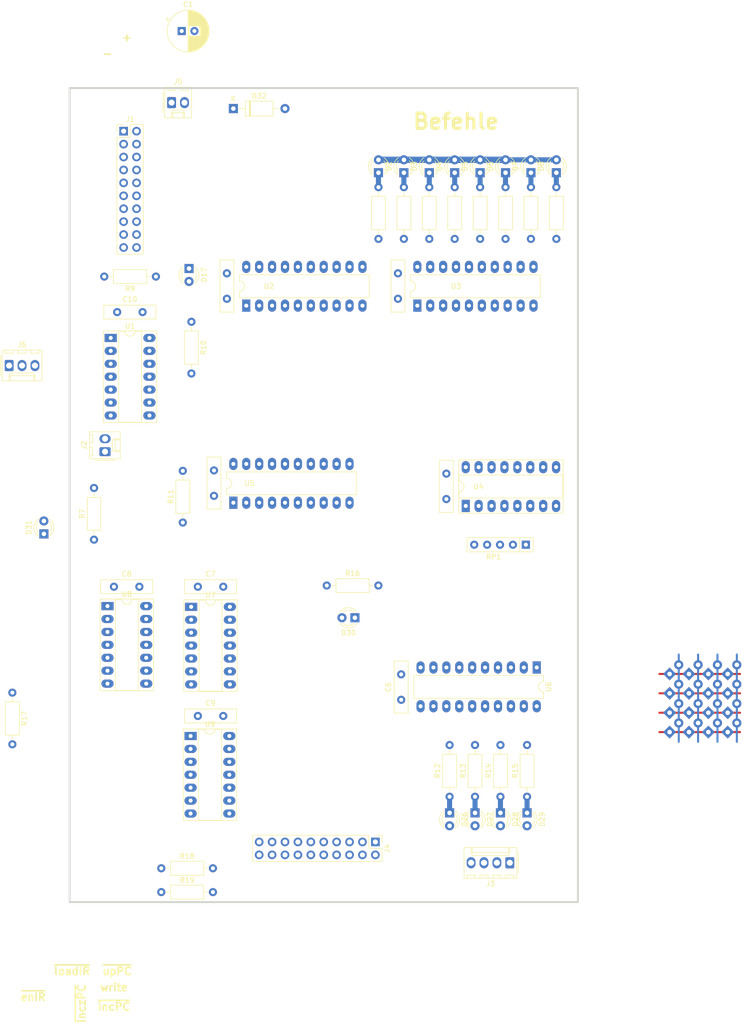
<source format=kicad_pcb>
(kicad_pcb (version 20171130) (host pcbnew "(5.1.7)-1")
  (layers (0 F.Cu signal) (31 B.Cu signal) (34 B.Paste user hide) (35 F.Paste user) (36 B.SilkS user) (37 F.SilkS user) (38 B.Mask user) (39 F.Mask user) (44 Edge.Cuts user))
  (net 0 "")
  (net 1 /a7)
  (net 2 /a5)
  (net 3 /a4)
  (net 4 /a3)
  (net 5 /a2)
  (net 6 /a1)
  (net 7 GND)
  (net 8 VCC)
  (net 9 "Net-(D1-Pad1)")
  (net 10 "Net-(D2-Pad1)")
  (net 11 "Net-(D4-Pad1)")
  (net 12 "Net-(D5-Pad1)")
  (net 13 "Net-(D6-Pad1)")
  (net 14 "Net-(D7-Pad1)")
  (net 15 "Net-(D8-Pad1)")
  (net 16 enableR)
  (net 17 upPC)
  (net 18 incPC)
  (net 19 "Net-(U1-Pad2)")
  (net 20 "Net-(D17-Pad1)")
  (net 21 loadIR)
  (net 22 "Net-(U1-Pad4)")
  (net 23 "Net-(U1-Pad10)")
  (net 24 "Net-(U1-Pad11)")
  (net 25 "Net-(R12-Pad2)")
  (net 26 incPCz)
  (net 27 "Net-(R7-Pad1)")
  (net 28 /a6)
  (net 29 "Net-(U1-Pad8)")
  (net 30 /AB7)
  (net 31 /AB6)
  (net 32 /AB5)
  (net 33 /AB4)
  (net 34 /AB3)
  (net 35 /AB2)
  (net 36 /AB1)
  (net 37 /AB0)
  (net 38 /h0)
  (net 39 /h1)
  (net 40 /h2)
  (net 41 /h3)
  (net 42 Vcc)
  (net 43 Gnd)
  (net 44 /v3)
  (net 45 /v2)
  (net 46 /v1)
  (net 47 /v0)
  (net 48 ~incPCz)
  (net 49 ~incPC)
  (net 50 /is0)
  (net 51 /~is0_&_incPCz)
  (net 52 ~upPC)
  (net 53 /DB0)
  (net 54 /DB1)
  (net 55 /DB2)
  (net 56 /DB3)
  (net 57 /DB4)
  (net 58 /DB5)
  (net 59 /DB6)
  (net 60 /DB7)
  (net 61 /a0)
  (net 62 /b1)
  (net 63 /b0)
  (net 64 "Net-(D3-Pad1)")
  (net 65 "Net-(D26-Pad1)")
  (net 66 "Net-(D27-Pad1)")
  (net 67 "Net-(D28-Pad1)")
  (net 68 "Net-(D29-Pad1)")
  (net 69 "Net-(D30-Pad2)")
  (net 70 "Net-(D31-Pad1)")
  (net 71 "Net-(R1-Pad1)")
  (net 72 "Net-(R2-Pad1)")
  (net 73 "Net-(R3-Pad1)")
  (net 74 "Net-(R4-Pad1)")
  (net 75 "Net-(R5-Pad1)")
  (net 76 "Net-(R6-Pad1)")
  (net 77 "Net-(R8-Pad1)")
  (net 78 "Net-(R10-Pad2)")
  (net 79 "Net-(R13-Pad2)")
  (net 80 "Net-(R14-Pad2)")
  (net 81 "Net-(R15-Pad2)")
  (net 82 "Net-(R16-Pad2)")
  (net 83 "Net-(R17-Pad2)")
  (net 84 "Net-(U7-Pad13)")
  (net 85 "Net-(U7-Pad4)")
  (net 86 "Net-(U7-Pad10)")
  (net 87 "Net-(U7-Pad1)")
  (net 88 "Net-(U8-Pad5)")
  (net 89 "Net-(U8-Pad3)")
  (module bonsai:EuroBoard160mmX100mm_holes_keepout (layer F.Cu) (at 114.23 182.355 90)
    (fp_text reference REF** hide)
    (fp_text value EuroBoard160mmX100mm_holes_keepout hide)
    (fp_line (start 0 -100) (end 0 0) (layer Edge.Cuts) (width 0.38))
    (fp_line (start 0 0) (end 160 0) (layer Edge.Cuts) (width 0.38))
    (fp_line (start 160 0) (end 160 -100) (layer Edge.Cuts) (width 0.38))
    (fp_line (start 160 -100) (end 0 -100) (layer Edge.Cuts) (width 0.38))
    (pad "" np_thru_hole circle (at 3.57 -94.45 90) (size 3.5 3.5) (drill 3.5) (layers *.Cu *.Mask))
    (pad "" np_thru_hole circle (at 156.43 -94.45 90) (size 3.5 3.5) (drill 3.5) (layers *.Cu *.Mask))
    (pad "" np_thru_hole circle (at 156.43 -5.55 90) (size 3.5 3.5) (drill 3.5) (layers *.Cu *.Mask))
    (pad "" np_thru_hole circle (at 3.57 -5.55 90) (size 3.5 3.5) (drill 3.5) (layers *.Cu *.Mask))
  )
  (module Diode_THT:D_A-405_P10.16mm_Horizontal (layer F.Cu) (at 46.45 26.385)
    (fp_text reference D32 (at 5.08 -2.47) (layer F.SilkS))
    (fp_text value D)
    (fp_text user K (at 0 -1.9) (layer F.SilkS))
    (pad 2 thru_hole oval (at 10.16 0) (size 1.8 1.8) (drill 0.9) (layers *.Cu *.Mask) (net 7 GND))
    (pad 1 thru_hole rect (at 0 0) (size 1.8 1.8) (drill 0.9) (layers *.Cu *.Mask) (net 8 VCC))
  )
  (module Resistor_THT:R_Axial_DIN0207_L6.3mm_D2.5mm_P10.16mm_Horizontal (layer F.Cu) (at 104.235 161.64 90)
    (fp_text reference R15 (at 5.08 -2.37 90) (layer F.SilkS))
    (fp_text value 330)
    (pad 2 thru_hole oval (at 10.16 0 90) (size 1.6 1.6) (drill 0.8) (layers *.Cu *.Mask) (net 81 "Net-(R15-Pad2)"))
    (pad 1 thru_hole circle (at 0 0 90) (size 1.6 1.6) (drill 0.8) (layers *.Cu *.Mask) (net 68 "Net-(D29-Pad1)"))
  )
  (module bonsai:LED_Diodenmatrix (layer F.Cu) (at 143.713949 148.94 45)
    (fp_text reference D25 hide)
    (fp_text value Led_Small hide)
    (pad 2 thru_hole circle (at 2.54 0 45) (size 1.8 1.8) (drill 0.9) (layers *.Cu *.Mask) (net 47 /v0))
    (pad 1 thru_hole rect (at 0 0 45) (size 1.8 1.8) (drill 0.9) (layers *.Cu *.Mask) (net 41 /h3))
  )
  (module bonsai:LED_Diodenmatrix (layer F.Cu) (at 136.093949 145.13 45)
    (fp_text reference D19 hide)
    (fp_text value Led_Small hide)
    (pad 2 thru_hole circle (at 2.54 0 45) (size 1.8 1.8) (drill 0.9) (layers *.Cu *.Mask) (net 45 /v2))
    (pad 1 thru_hole rect (at 0 0 45) (size 1.8 1.8) (drill 0.9) (layers *.Cu *.Mask) (net 40 /h2))
  )
  (module bonsai:LED_Diodenmatrix (layer F.Cu) (at 139.903949 148.94 45)
    (fp_text reference D24 hide)
    (fp_text value Led_Small hide)
    (pad 2 thru_hole circle (at 2.54 0 45) (size 1.8 1.8) (drill 0.9) (layers *.Cu *.Mask) (net 46 /v1))
    (pad 1 thru_hole rect (at 0 0 45) (size 1.8 1.8) (drill 0.9) (layers *.Cu *.Mask) (net 41 /h3))
  )
  (module Connector_PinHeader_2.54mm:PinHeader_2x10_P2.54mm_Vertical (layer F.Cu) (at 74.39 170.53 270)
    (fp_text reference J4 (at 1.27 -2.33 90) (layer F.SilkS))
    (fp_text value Conn_02x10_Odd_Even)
    (pad 20 thru_hole oval (at 2.54 22.86 270) (size 1.7 1.7) (drill 1) (layers *.Cu *.Mask) (net 7 GND))
    (pad 19 thru_hole oval (at 0 22.86 270) (size 1.7 1.7) (drill 1) (layers *.Cu *.Mask) (net 7 GND))
    (pad 18 thru_hole oval (at 2.54 20.32 270) (size 1.7 1.7) (drill 1) (layers *.Cu *.Mask) (net 7 GND))
    (pad 17 thru_hole oval (at 0 20.32 270) (size 1.7 1.7) (drill 1) (layers *.Cu *.Mask) (net 53 /DB0))
    (pad 16 thru_hole oval (at 2.54 17.78 270) (size 1.7 1.7) (drill 1) (layers *.Cu *.Mask) (net 7 GND))
    (pad 15 thru_hole oval (at 0 17.78 270) (size 1.7 1.7) (drill 1) (layers *.Cu *.Mask) (net 54 /DB1))
    (pad 14 thru_hole oval (at 2.54 15.24 270) (size 1.7 1.7) (drill 1) (layers *.Cu *.Mask) (net 7 GND))
    (pad 13 thru_hole oval (at 0 15.24 270) (size 1.7 1.7) (drill 1) (layers *.Cu *.Mask) (net 55 /DB2))
    (pad 12 thru_hole oval (at 2.54 12.7 270) (size 1.7 1.7) (drill 1) (layers *.Cu *.Mask) (net 7 GND))
    (pad 11 thru_hole oval (at 0 12.7 270) (size 1.7 1.7) (drill 1) (layers *.Cu *.Mask) (net 56 /DB3))
    (pad 10 thru_hole oval (at 2.54 10.16 270) (size 1.7 1.7) (drill 1) (layers *.Cu *.Mask) (net 7 GND))
    (pad 9 thru_hole oval (at 0 10.16 270) (size 1.7 1.7) (drill 1) (layers *.Cu *.Mask) (net 57 /DB4))
    (pad 8 thru_hole oval (at 2.54 7.62 270) (size 1.7 1.7) (drill 1) (layers *.Cu *.Mask) (net 7 GND))
    (pad 7 thru_hole oval (at 0 7.62 270) (size 1.7 1.7) (drill 1) (layers *.Cu *.Mask) (net 58 /DB5))
    (pad 6 thru_hole oval (at 2.54 5.08 270) (size 1.7 1.7) (drill 1) (layers *.Cu *.Mask) (net 7 GND))
    (pad 5 thru_hole oval (at 0 5.08 270) (size 1.7 1.7) (drill 1) (layers *.Cu *.Mask) (net 59 /DB6))
    (pad 4 thru_hole oval (at 2.54 2.54 270) (size 1.7 1.7) (drill 1) (layers *.Cu *.Mask) (net 7 GND))
    (pad 3 thru_hole oval (at 0 2.54 270) (size 1.7 1.7) (drill 1) (layers *.Cu *.Mask) (net 60 /DB7))
    (pad 2 thru_hole oval (at 2.54 0 270) (size 1.7 1.7) (drill 1) (layers *.Cu *.Mask) (net 7 GND))
    (pad 1 thru_hole rect (at 0 0 270) (size 1.7 1.7) (drill 1) (layers *.Cu *.Mask) (net 7 GND))
  )
  (module Package_DIP:DIP-20_W7.62mm_LongPads (layer F.Cu) (at 82.645 65.12 90)
    (fp_text reference U3 (at 3.81 7.62 180) (layer F.SilkS))
    (fp_text value 74LS540 hide)
    (pad 20 thru_hole oval (at 7.62 0 90) (size 2.4 1.6) (drill 0.8) (layers *.Cu *.Mask) (net 8 VCC))
    (pad 10 thru_hole oval (at 0 22.86 90) (size 2.4 1.6) (drill 0.8) (layers *.Cu *.Mask) (net 7 GND))
    (pad 19 thru_hole oval (at 7.62 2.54 90) (size 2.4 1.6) (drill 0.8) (layers *.Cu *.Mask) (net 7 GND))
    (pad 9 thru_hole oval (at 0 20.32 90) (size 2.4 1.6) (drill 0.8) (layers *.Cu *.Mask) (net 61 /a0))
    (pad 18 thru_hole oval (at 7.62 5.08 90) (size 2.4 1.6) (drill 0.8) (layers *.Cu *.Mask) (net 71 "Net-(R1-Pad1)"))
    (pad 8 thru_hole oval (at 0 17.78 90) (size 2.4 1.6) (drill 0.8) (layers *.Cu *.Mask) (net 6 /a1))
    (pad 17 thru_hole oval (at 7.62 7.62 90) (size 2.4 1.6) (drill 0.8) (layers *.Cu *.Mask) (net 72 "Net-(R2-Pad1)"))
    (pad 7 thru_hole oval (at 0 15.24 90) (size 2.4 1.6) (drill 0.8) (layers *.Cu *.Mask) (net 5 /a2))
    (pad 16 thru_hole oval (at 7.62 10.16 90) (size 2.4 1.6) (drill 0.8) (layers *.Cu *.Mask) (net 73 "Net-(R3-Pad1)"))
    (pad 6 thru_hole oval (at 0 12.7 90) (size 2.4 1.6) (drill 0.8) (layers *.Cu *.Mask) (net 4 /a3))
    (pad 15 thru_hole oval (at 7.62 12.7 90) (size 2.4 1.6) (drill 0.8) (layers *.Cu *.Mask) (net 74 "Net-(R4-Pad1)"))
    (pad 5 thru_hole oval (at 0 10.16 90) (size 2.4 1.6) (drill 0.8) (layers *.Cu *.Mask) (net 3 /a4))
    (pad 14 thru_hole oval (at 7.62 15.24 90) (size 2.4 1.6) (drill 0.8) (layers *.Cu *.Mask) (net 75 "Net-(R5-Pad1)"))
    (pad 4 thru_hole oval (at 0 7.62 90) (size 2.4 1.6) (drill 0.8) (layers *.Cu *.Mask) (net 2 /a5))
    (pad 13 thru_hole oval (at 7.62 17.78 90) (size 2.4 1.6) (drill 0.8) (layers *.Cu *.Mask) (net 76 "Net-(R6-Pad1)"))
    (pad 3 thru_hole oval (at 0 5.08 90) (size 2.4 1.6) (drill 0.8) (layers *.Cu *.Mask) (net 28 /a6))
    (pad 12 thru_hole oval (at 7.62 20.32 90) (size 2.4 1.6) (drill 0.8) (layers *.Cu *.Mask) (net 27 "Net-(R7-Pad1)"))
    (pad 2 thru_hole oval (at 0 2.54 90) (size 2.4 1.6) (drill 0.8) (layers *.Cu *.Mask) (net 1 /a7))
    (pad 11 thru_hole oval (at 7.62 22.86 90) (size 2.4 1.6) (drill 0.8) (layers *.Cu *.Mask) (net 77 "Net-(R8-Pad1)"))
    (pad 1 thru_hole rect (at 0 0 90) (size 2.4 1.6) (drill 0.8) (layers *.Cu *.Mask) (net 7 GND))
  )
  (module Package_DIP:DIP-16_W7.62mm_Socket_LongPads (layer F.Cu) (at 92.17 104.49 90)
    (fp_text reference U4 (at 3.81 2.54 180) (layer F.SilkS))
    (fp_text value 74LS139 hide)
    (pad 16 thru_hole oval (at 7.62 0 90) (size 2.4 1.6) (drill 0.8) (layers *.Cu *.Mask) (net 8 VCC))
    (pad 8 thru_hole oval (at 0 17.78 90) (size 2.4 1.6) (drill 0.8) (layers *.Cu *.Mask) (net 7 GND))
    (pad 15 thru_hole oval (at 7.62 2.54 90) (size 2.4 1.6) (drill 0.8) (layers *.Cu *.Mask))
    (pad 7 thru_hole oval (at 0 15.24 90) (size 2.4 1.6) (drill 0.8) (layers *.Cu *.Mask) (net 41 /h3))
    (pad 14 thru_hole oval (at 7.62 5.08 90) (size 2.4 1.6) (drill 0.8) (layers *.Cu *.Mask))
    (pad 6 thru_hole oval (at 0 12.7 90) (size 2.4 1.6) (drill 0.8) (layers *.Cu *.Mask) (net 40 /h2))
    (pad 13 thru_hole oval (at 7.62 7.62 90) (size 2.4 1.6) (drill 0.8) (layers *.Cu *.Mask))
    (pad 5 thru_hole oval (at 0 10.16 90) (size 2.4 1.6) (drill 0.8) (layers *.Cu *.Mask) (net 39 /h1))
    (pad 12 thru_hole oval (at 7.62 10.16 90) (size 2.4 1.6) (drill 0.8) (layers *.Cu *.Mask))
    (pad 4 thru_hole oval (at 0 7.62 90) (size 2.4 1.6) (drill 0.8) (layers *.Cu *.Mask) (net 38 /h0))
    (pad 11 thru_hole oval (at 7.62 12.7 90) (size 2.4 1.6) (drill 0.8) (layers *.Cu *.Mask))
    (pad 3 thru_hole oval (at 0 5.08 90) (size 2.4 1.6) (drill 0.8) (layers *.Cu *.Mask) (net 62 /b1))
    (pad 10 thru_hole oval (at 7.62 15.24 90) (size 2.4 1.6) (drill 0.8) (layers *.Cu *.Mask))
    (pad 2 thru_hole oval (at 0 2.54 90) (size 2.4 1.6) (drill 0.8) (layers *.Cu *.Mask) (net 63 /b0))
    (pad 9 thru_hole oval (at 7.62 17.78 90) (size 2.4 1.6) (drill 0.8) (layers *.Cu *.Mask))
    (pad 1 thru_hole rect (at 0 0 90) (size 2.4 1.6) (drill 0.8) (layers *.Cu *.Mask) (net 7 GND))
  )
  (module Package_DIP:DIP-20_W7.62mm_LongPads (layer F.Cu) (at 46.45 103.855 90)
    (fp_text reference U5 (at 3.81 3.175 180) (layer F.SilkS))
    (fp_text value 74LS373)
    (pad 20 thru_hole oval (at 7.62 0 90) (size 2.4 1.6) (drill 0.8) (layers *.Cu *.Mask) (net 8 VCC))
    (pad 10 thru_hole oval (at 0 22.86 90) (size 2.4 1.6) (drill 0.8) (layers *.Cu *.Mask) (net 7 GND))
    (pad 19 thru_hole oval (at 7.62 2.54 90) (size 2.4 1.6) (drill 0.8) (layers *.Cu *.Mask) (net 62 /b1))
    (pad 9 thru_hole oval (at 0 20.32 90) (size 2.4 1.6) (drill 0.8) (layers *.Cu *.Mask) (net 4 /a3))
    (pad 18 thru_hole oval (at 7.62 5.08 90) (size 2.4 1.6) (drill 0.8) (layers *.Cu *.Mask) (net 60 /DB7))
    (pad 8 thru_hole oval (at 0 17.78 90) (size 2.4 1.6) (drill 0.8) (layers *.Cu *.Mask) (net 56 /DB3))
    (pad 17 thru_hole oval (at 7.62 7.62 90) (size 2.4 1.6) (drill 0.8) (layers *.Cu *.Mask) (net 59 /DB6))
    (pad 7 thru_hole oval (at 0 15.24 90) (size 2.4 1.6) (drill 0.8) (layers *.Cu *.Mask) (net 55 /DB2))
    (pad 16 thru_hole oval (at 7.62 10.16 90) (size 2.4 1.6) (drill 0.8) (layers *.Cu *.Mask) (net 63 /b0))
    (pad 6 thru_hole oval (at 0 12.7 90) (size 2.4 1.6) (drill 0.8) (layers *.Cu *.Mask) (net 5 /a2))
    (pad 15 thru_hole oval (at 7.62 12.7 90) (size 2.4 1.6) (drill 0.8) (layers *.Cu *.Mask) (net 2 /a5))
    (pad 5 thru_hole oval (at 0 10.16 90) (size 2.4 1.6) (drill 0.8) (layers *.Cu *.Mask) (net 6 /a1))
    (pad 14 thru_hole oval (at 7.62 15.24 90) (size 2.4 1.6) (drill 0.8) (layers *.Cu *.Mask) (net 58 /DB5))
    (pad 4 thru_hole oval (at 0 7.62 90) (size 2.4 1.6) (drill 0.8) (layers *.Cu *.Mask) (net 54 /DB1))
    (pad 13 thru_hole oval (at 7.62 17.78 90) (size 2.4 1.6) (drill 0.8) (layers *.Cu *.Mask) (net 57 /DB4))
    (pad 3 thru_hole oval (at 0 5.08 90) (size 2.4 1.6) (drill 0.8) (layers *.Cu *.Mask) (net 53 /DB0))
    (pad 12 thru_hole oval (at 7.62 20.32 90) (size 2.4 1.6) (drill 0.8) (layers *.Cu *.Mask) (net 3 /a4))
    (pad 2 thru_hole oval (at 0 2.54 90) (size 2.4 1.6) (drill 0.8) (layers *.Cu *.Mask) (net 61 /a0))
    (pad 11 thru_hole oval (at 7.62 22.86 90) (size 2.4 1.6) (drill 0.8) (layers *.Cu *.Mask) (net 82 "Net-(R16-Pad2)"))
    (pad 1 thru_hole rect (at 0 0 90) (size 2.4 1.6) (drill 0.8) (layers *.Cu *.Mask) (net 7 GND))
  )
  (module Package_DIP:DIP-20_W7.62mm_LongPads (layer F.Cu) (at 48.99 65.12 90)
    (fp_text reference U2 (at 3.81 4.445 180) (layer F.SilkS))
    (fp_text value 74LS541 hide)
    (pad 20 thru_hole oval (at 7.62 0 90) (size 2.4 1.6) (drill 0.8) (layers *.Cu *.Mask) (net 8 VCC))
    (pad 10 thru_hole oval (at 0 22.86 90) (size 2.4 1.6) (drill 0.8) (layers *.Cu *.Mask) (net 7 GND))
    (pad 19 thru_hole oval (at 7.62 2.54 90) (size 2.4 1.6) (drill 0.8) (layers *.Cu *.Mask) (net 22 "Net-(U1-Pad4)"))
    (pad 9 thru_hole oval (at 0 20.32 90) (size 2.4 1.6) (drill 0.8) (layers *.Cu *.Mask) (net 7 GND))
    (pad 18 thru_hole oval (at 7.62 5.08 90) (size 2.4 1.6) (drill 0.8) (layers *.Cu *.Mask) (net 37 /AB0))
    (pad 8 thru_hole oval (at 0 17.78 90) (size 2.4 1.6) (drill 0.8) (layers *.Cu *.Mask) (net 7 GND))
    (pad 17 thru_hole oval (at 7.62 7.62 90) (size 2.4 1.6) (drill 0.8) (layers *.Cu *.Mask) (net 36 /AB1))
    (pad 7 thru_hole oval (at 0 15.24 90) (size 2.4 1.6) (drill 0.8) (layers *.Cu *.Mask) (net 2 /a5))
    (pad 16 thru_hole oval (at 7.62 10.16 90) (size 2.4 1.6) (drill 0.8) (layers *.Cu *.Mask) (net 35 /AB2))
    (pad 6 thru_hole oval (at 0 12.7 90) (size 2.4 1.6) (drill 0.8) (layers *.Cu *.Mask) (net 3 /a4))
    (pad 15 thru_hole oval (at 7.62 12.7 90) (size 2.4 1.6) (drill 0.8) (layers *.Cu *.Mask) (net 34 /AB3))
    (pad 5 thru_hole oval (at 0 10.16 90) (size 2.4 1.6) (drill 0.8) (layers *.Cu *.Mask) (net 4 /a3))
    (pad 14 thru_hole oval (at 7.62 15.24 90) (size 2.4 1.6) (drill 0.8) (layers *.Cu *.Mask) (net 33 /AB4))
    (pad 4 thru_hole oval (at 0 7.62 90) (size 2.4 1.6) (drill 0.8) (layers *.Cu *.Mask) (net 5 /a2))
    (pad 13 thru_hole oval (at 7.62 17.78 90) (size 2.4 1.6) (drill 0.8) (layers *.Cu *.Mask) (net 32 /AB5))
    (pad 3 thru_hole oval (at 0 5.08 90) (size 2.4 1.6) (drill 0.8) (layers *.Cu *.Mask) (net 6 /a1))
    (pad 12 thru_hole oval (at 7.62 20.32 90) (size 2.4 1.6) (drill 0.8) (layers *.Cu *.Mask) (net 31 /AB6))
    (pad 2 thru_hole oval (at 0 2.54 90) (size 2.4 1.6) (drill 0.8) (layers *.Cu *.Mask) (net 61 /a0))
    (pad 11 thru_hole oval (at 7.62 22.86 90) (size 2.4 1.6) (drill 0.8) (layers *.Cu *.Mask) (net 30 /AB7))
    (pad 1 thru_hole rect (at 0 0 90) (size 2.4 1.6) (drill 0.8) (layers *.Cu *.Mask) (net 22 "Net-(U1-Pad4)"))
  )
  (module Package_DIP:DIP-20_W7.62mm_LongPads (layer F.Cu) (at 106.14 136.24 270)
    (fp_text reference U6 (at 3.81 -2.33 90) (layer F.SilkS))
    (fp_text value 74540)
    (pad 20 thru_hole oval (at 7.62 0 270) (size 2.4 1.6) (drill 0.8) (layers *.Cu *.Mask) (net 8 VCC))
    (pad 10 thru_hole oval (at 0 22.86 270) (size 2.4 1.6) (drill 0.8) (layers *.Cu *.Mask) (net 7 GND))
    (pad 19 thru_hole oval (at 7.62 2.54 270) (size 2.4 1.6) (drill 0.8) (layers *.Cu *.Mask) (net 7 GND))
    (pad 9 thru_hole oval (at 0 20.32 270) (size 2.4 1.6) (drill 0.8) (layers *.Cu *.Mask) (net 50 /is0))
    (pad 18 thru_hole oval (at 7.62 5.08 270) (size 2.4 1.6) (drill 0.8) (layers *.Cu *.Mask) (net 81 "Net-(R15-Pad2)"))
    (pad 8 thru_hole oval (at 0 17.78 270) (size 2.4 1.6) (drill 0.8) (layers *.Cu *.Mask) (net 21 loadIR))
    (pad 17 thru_hole oval (at 7.62 7.62 270) (size 2.4 1.6) (drill 0.8) (layers *.Cu *.Mask) (net 80 "Net-(R14-Pad2)"))
    (pad 7 thru_hole oval (at 0 15.24 270) (size 2.4 1.6) (drill 0.8) (layers *.Cu *.Mask))
    (pad 16 thru_hole oval (at 7.62 10.16 270) (size 2.4 1.6) (drill 0.8) (layers *.Cu *.Mask) (net 79 "Net-(R13-Pad2)"))
    (pad 6 thru_hole oval (at 0 12.7 270) (size 2.4 1.6) (drill 0.8) (layers *.Cu *.Mask))
    (pad 15 thru_hole oval (at 7.62 12.7 270) (size 2.4 1.6) (drill 0.8) (layers *.Cu *.Mask) (net 25 "Net-(R12-Pad2)"))
    (pad 5 thru_hole oval (at 0 10.16 270) (size 2.4 1.6) (drill 0.8) (layers *.Cu *.Mask) (net 44 /v3))
    (pad 14 thru_hole oval (at 7.62 15.24 270) (size 2.4 1.6) (drill 0.8) (layers *.Cu *.Mask))
    (pad 4 thru_hole oval (at 0 7.62 270) (size 2.4 1.6) (drill 0.8) (layers *.Cu *.Mask) (net 45 /v2))
    (pad 13 thru_hole oval (at 7.62 17.78 270) (size 2.4 1.6) (drill 0.8) (layers *.Cu *.Mask))
    (pad 3 thru_hole oval (at 0 5.08 270) (size 2.4 1.6) (drill 0.8) (layers *.Cu *.Mask) (net 46 /v1))
    (pad 12 thru_hole oval (at 7.62 20.32 270) (size 2.4 1.6) (drill 0.8) (layers *.Cu *.Mask) (net 82 "Net-(R16-Pad2)"))
    (pad 2 thru_hole oval (at 0 2.54 270) (size 2.4 1.6) (drill 0.8) (layers *.Cu *.Mask) (net 47 /v0))
    (pad 11 thru_hole oval (at 7.62 22.86 270) (size 2.4 1.6) (drill 0.8) (layers *.Cu *.Mask) (net 83 "Net-(R17-Pad2)"))
    (pad 1 thru_hole rect (at 0 0 270) (size 2.4 1.6) (drill 0.8) (layers *.Cu *.Mask) (net 7 GND))
  )
  (module Package_DIP:DIP-14_W7.62mm_Socket_LongPads (layer F.Cu) (at 22.32 71.47)
    (fp_text reference U1 (at 3.81 -2.33) (layer F.SilkS))
    (fp_text value 74LS14)
    (pad 14 thru_hole oval (at 7.62 0) (size 2.4 1.6) (drill 0.8) (layers *.Cu *.Mask) (net 8 VCC))
    (pad 7 thru_hole oval (at 0 15.24) (size 2.4 1.6) (drill 0.8) (layers *.Cu *.Mask) (net 7 GND))
    (pad 13 thru_hole oval (at 7.62 2.54) (size 2.4 1.6) (drill 0.8) (layers *.Cu *.Mask) (net 8 VCC))
    (pad 6 thru_hole oval (at 0 12.7) (size 2.4 1.6) (drill 0.8) (layers *.Cu *.Mask) (net 78 "Net-(R10-Pad2)"))
    (pad 12 thru_hole oval (at 7.62 5.08) (size 2.4 1.6) (drill 0.8) (layers *.Cu *.Mask) (net 24 "Net-(U1-Pad11)"))
    (pad 5 thru_hole oval (at 0 10.16) (size 2.4 1.6) (drill 0.8) (layers *.Cu *.Mask) (net 19 "Net-(U1-Pad2)"))
    (pad 11 thru_hole oval (at 7.62 7.62) (size 2.4 1.6) (drill 0.8) (layers *.Cu *.Mask) (net 24 "Net-(U1-Pad11)"))
    (pad 4 thru_hole oval (at 0 7.62) (size 2.4 1.6) (drill 0.8) (layers *.Cu *.Mask) (net 22 "Net-(U1-Pad4)"))
    (pad 10 thru_hole oval (at 7.62 10.16) (size 2.4 1.6) (drill 0.8) (layers *.Cu *.Mask) (net 23 "Net-(U1-Pad10)"))
    (pad 3 thru_hole oval (at 0 5.08) (size 2.4 1.6) (drill 0.8) (layers *.Cu *.Mask) (net 19 "Net-(U1-Pad2)"))
    (pad 9 thru_hole oval (at 7.62 12.7) (size 2.4 1.6) (drill 0.8) (layers *.Cu *.Mask) (net 23 "Net-(U1-Pad10)"))
    (pad 2 thru_hole oval (at 0 2.54) (size 2.4 1.6) (drill 0.8) (layers *.Cu *.Mask) (net 19 "Net-(U1-Pad2)"))
    (pad 8 thru_hole oval (at 7.62 15.24) (size 2.4 1.6) (drill 0.8) (layers *.Cu *.Mask) (net 29 "Net-(U1-Pad8)"))
    (pad 1 thru_hole rect (at 0 0) (size 2.4 1.6) (drill 0.8) (layers *.Cu *.Mask) (net 16 enableR))
  )
  (module Resistor_THT:R_Array_SIP5 (layer F.Cu) (at 104 112.11 180)
    (fp_text reference RP1 (at 6.35 -2.4) (layer F.SilkS))
    (fp_text value R_PACK4BUSSED)
    (pad 5 thru_hole oval (at 10.16 0 180) (size 1.6 1.6) (drill 0.8) (layers *.Cu *.Mask) (net 44 /v3))
    (pad 4 thru_hole oval (at 7.62 0 180) (size 1.6 1.6) (drill 0.8) (layers *.Cu *.Mask) (net 45 /v2))
    (pad 3 thru_hole oval (at 5.08 0 180) (size 1.6 1.6) (drill 0.8) (layers *.Cu *.Mask) (net 46 /v1))
    (pad 2 thru_hole oval (at 2.54 0 180) (size 1.6 1.6) (drill 0.8) (layers *.Cu *.Mask) (net 47 /v0))
    (pad 1 thru_hole rect (at 0 0 180) (size 1.6 1.6) (drill 0.8) (layers *.Cu *.Mask) (net 8 VCC))
  )
  (module Resistor_THT:R_Axial_DIN0207_L6.3mm_D2.5mm_P10.16mm_Horizontal (layer F.Cu) (at 110 52 90)
    (fp_text reference R8 hide)
    (fp_text value 330 hide)
    (pad 2 thru_hole oval (at 10.16 0 90) (size 1.6 1.6) (drill 0.8) (layers *.Cu *.Mask) (net 15 "Net-(D8-Pad1)"))
    (pad 1 thru_hole circle (at 0 0 90) (size 1.6 1.6) (drill 0.8) (layers *.Cu *.Mask) (net 77 "Net-(R8-Pad1)"))
  )
  (module Resistor_THT:R_Axial_DIN0207_L6.3mm_D2.5mm_P10.16mm_Horizontal (layer F.Cu) (at 99 161.64 90)
    (fp_text reference R14 (at 5.08 -2.37 90) (layer F.SilkS))
    (fp_text value 330)
    (pad 2 thru_hole oval (at 10.16 0 90) (size 1.6 1.6) (drill 0.8) (layers *.Cu *.Mask) (net 80 "Net-(R14-Pad2)"))
    (pad 1 thru_hole circle (at 0 0 90) (size 1.6 1.6) (drill 0.8) (layers *.Cu *.Mask) (net 67 "Net-(D28-Pad1)"))
  )
  (module Resistor_THT:R_Axial_DIN0207_L6.3mm_D2.5mm_P10.16mm_Horizontal (layer F.Cu) (at 105 52 90)
    (fp_text reference R7 hide)
    (fp_text value 330 hide)
    (pad 2 thru_hole oval (at 10.16 0 90) (size 1.6 1.6) (drill 0.8) (layers *.Cu *.Mask) (net 14 "Net-(D7-Pad1)"))
    (pad 1 thru_hole circle (at 0 0 90) (size 1.6 1.6) (drill 0.8) (layers *.Cu *.Mask) (net 27 "Net-(R7-Pad1)"))
  )
  (module Resistor_THT:R_Axial_DIN0207_L6.3mm_D2.5mm_P10.16mm_Horizontal (layer F.Cu) (at 100 52 90)
    (fp_text reference R6 hide)
    (fp_text value 330 hide)
    (pad 2 thru_hole oval (at 10.16 0 90) (size 1.6 1.6) (drill 0.8) (layers *.Cu *.Mask) (net 13 "Net-(D6-Pad1)"))
    (pad 1 thru_hole circle (at 0 0 90) (size 1.6 1.6) (drill 0.8) (layers *.Cu *.Mask) (net 76 "Net-(R6-Pad1)"))
  )
  (module Resistor_THT:R_Axial_DIN0207_L6.3mm_D2.5mm_P10.16mm_Horizontal (layer F.Cu) (at 95 52 90)
    (fp_text reference R5 hide)
    (fp_text value 330 hide)
    (pad 2 thru_hole oval (at 10.16 0 90) (size 1.6 1.6) (drill 0.8) (layers *.Cu *.Mask) (net 12 "Net-(D5-Pad1)"))
    (pad 1 thru_hole circle (at 0 0 90) (size 1.6 1.6) (drill 0.8) (layers *.Cu *.Mask) (net 75 "Net-(R5-Pad1)"))
  )
  (module Resistor_THT:R_Axial_DIN0207_L6.3mm_D2.5mm_P10.16mm_Horizontal (layer F.Cu) (at 90 52 90)
    (fp_text reference R4 hide)
    (fp_text value 330 hide)
    (pad 2 thru_hole oval (at 10.16 0 90) (size 1.6 1.6) (drill 0.8) (layers *.Cu *.Mask) (net 11 "Net-(D4-Pad1)"))
    (pad 1 thru_hole circle (at 0 0 90) (size 1.6 1.6) (drill 0.8) (layers *.Cu *.Mask) (net 74 "Net-(R4-Pad1)"))
  )
  (module Resistor_THT:R_Axial_DIN0207_L6.3mm_D2.5mm_P10.16mm_Horizontal (layer F.Cu) (at 85 52 90)
    (fp_text reference R3 hide)
    (fp_text value 330 hide)
    (pad 2 thru_hole oval (at 10.16 0 90) (size 1.6 1.6) (drill 0.8) (layers *.Cu *.Mask) (net 64 "Net-(D3-Pad1)"))
    (pad 1 thru_hole circle (at 0 0 90) (size 1.6 1.6) (drill 0.8) (layers *.Cu *.Mask) (net 73 "Net-(R3-Pad1)"))
  )
  (module Resistor_THT:R_Axial_DIN0207_L6.3mm_D2.5mm_P10.16mm_Horizontal (layer F.Cu) (at 94 161.64 90)
    (fp_text reference R13 (at 5.08 -2.37 90) (layer F.SilkS))
    (fp_text value 330)
    (pad 2 thru_hole oval (at 10.16 0 90) (size 1.6 1.6) (drill 0.8) (layers *.Cu *.Mask) (net 79 "Net-(R13-Pad2)"))
    (pad 1 thru_hole circle (at 0 0 90) (size 1.6 1.6) (drill 0.8) (layers *.Cu *.Mask) (net 66 "Net-(D27-Pad1)"))
  )
  (module Resistor_THT:R_Axial_DIN0207_L6.3mm_D2.5mm_P10.16mm_Horizontal (layer F.Cu) (at 80 52 90)
    (fp_text reference R2 hide)
    (fp_text value 330 hide)
    (pad 2 thru_hole oval (at 10.16 0 90) (size 1.6 1.6) (drill 0.8) (layers *.Cu *.Mask) (net 10 "Net-(D2-Pad1)"))
    (pad 1 thru_hole circle (at 0 0 90) (size 1.6 1.6) (drill 0.8) (layers *.Cu *.Mask) (net 72 "Net-(R2-Pad1)"))
  )
  (module Resistor_THT:R_Axial_DIN0207_L6.3mm_D2.5mm_P10.16mm_Horizontal (layer F.Cu) (at 75 52 90)
    (fp_text reference R1 hide)
    (fp_text value 330 hide)
    (pad 2 thru_hole oval (at 10.16 0 90) (size 1.6 1.6) (drill 0.8) (layers *.Cu *.Mask) (net 9 "Net-(D1-Pad1)"))
    (pad 1 thru_hole circle (at 0 0 90) (size 1.6 1.6) (drill 0.8) (layers *.Cu *.Mask) (net 71 "Net-(R1-Pad1)"))
  )
  (module Resistor_THT:R_Axial_DIN0207_L6.3mm_D2.5mm_P10.16mm_Horizontal (layer F.Cu) (at 88.995 161.64 90)
    (fp_text reference R12 (at 5.08 -2.37 90) (layer F.SilkS))
    (fp_text value 330)
    (pad 2 thru_hole oval (at 10.16 0 90) (size 1.6 1.6) (drill 0.8) (layers *.Cu *.Mask) (net 25 "Net-(R12-Pad2)"))
    (pad 1 thru_hole circle (at 0 0 90) (size 1.6 1.6) (drill 0.8) (layers *.Cu *.Mask) (net 65 "Net-(D26-Pad1)"))
  )
  (module Resistor_THT:R_Axial_DIN0207_L6.3mm_D2.5mm_P10.16mm_Horizontal (layer F.Cu) (at 64.8269 120.12878)
    (fp_text reference R16 (at 5.08 -2.37) (layer F.SilkS))
    (fp_text value 330)
    (pad 2 thru_hole oval (at 10.16 0) (size 1.6 1.6) (drill 0.8) (layers *.Cu *.Mask) (net 82 "Net-(R16-Pad2)"))
    (pad 1 thru_hole circle (at 0 0) (size 1.6 1.6) (drill 0.8) (layers *.Cu *.Mask) (net 69 "Net-(D30-Pad2)"))
  )
  (module Resistor_THT:R_Axial_DIN0207_L6.3mm_D2.5mm_P10.16mm_Horizontal (layer F.Cu) (at 32.26918 180.39028)
    (fp_text reference R19 (at 5.08 -2.37) (layer F.SilkS))
    (fp_text value 4,7k)
    (pad 2 thru_hole oval (at 10.16 0) (size 1.6 1.6) (drill 0.8) (layers *.Cu *.Mask) (net 8 VCC))
    (pad 1 thru_hole circle (at 0 0) (size 1.6 1.6) (drill 0.8) (layers *.Cu *.Mask) (net 49 ~incPC))
  )
  (module Resistor_THT:R_Axial_DIN0207_L6.3mm_D2.5mm_P10.16mm_Horizontal (layer F.Cu) (at 38.195 68.295 270)
    (fp_text reference R10 (at 5.08 -2.37 90) (layer F.SilkS))
    (fp_text value 330)
    (pad 2 thru_hole oval (at 10.16 0 270) (size 1.6 1.6) (drill 0.8) (layers *.Cu *.Mask) (net 78 "Net-(R10-Pad2)"))
    (pad 1 thru_hole circle (at 0 0 270) (size 1.6 1.6) (drill 0.8) (layers *.Cu *.Mask) (net 20 "Net-(D17-Pad1)"))
  )
  (module Resistor_THT:R_Axial_DIN0207_L6.3mm_D2.5mm_P10.16mm_Horizontal (layer F.Cu) (at 36.5 107.75 90)
    (fp_text reference R11 (at 5.08 -2.37 90) (layer F.SilkS))
    (fp_text value 4,7k)
    (pad 2 thru_hole oval (at 10.16 0 90) (size 1.6 1.6) (drill 0.8) (layers *.Cu *.Mask) (net 8 VCC))
    (pad 1 thru_hole circle (at 0 0 90) (size 1.6 1.6) (drill 0.8) (layers *.Cu *.Mask) (net 21 loadIR))
  )
  (module Resistor_THT:R_Axial_DIN0207_L6.3mm_D2.5mm_P10.16mm_Horizontal (layer F.Cu) (at 32.26918 175.70652)
    (fp_text reference R18 (at 5.08 -2.37) (layer F.SilkS))
    (fp_text value 4,7k)
    (pad 2 thru_hole oval (at 10.16 0) (size 1.6 1.6) (drill 0.8) (layers *.Cu *.Mask) (net 8 VCC))
    (pad 1 thru_hole circle (at 0 0) (size 1.6 1.6) (drill 0.8) (layers *.Cu *.Mask) (net 48 ~incPCz))
  )
  (module Resistor_THT:R_Axial_DIN0207_L6.3mm_D2.5mm_P10.16mm_Horizontal (layer F.Cu) (at 2.96774 141.1803 270)
    (fp_text reference R17 (at 5.08 -2.37 90) (layer F.SilkS))
    (fp_text value 330)
    (pad 2 thru_hole oval (at 10.16 0 270) (size 1.6 1.6) (drill 0.8) (layers *.Cu *.Mask) (net 83 "Net-(R17-Pad2)"))
    (pad 1 thru_hole circle (at 0 0 270) (size 1.6 1.6) (drill 0.8) (layers *.Cu *.Mask) (net 70 "Net-(D31-Pad1)"))
  )
  (module Resistor_THT:R_Axial_DIN0207_L6.3mm_D2.5mm_P10.16mm_Horizontal (layer F.Cu) (at 31.21 59.405 180)
    (fp_text reference R9 (at 5.08 -2.37) (layer F.SilkS))
    (fp_text value 4,7k)
    (pad 2 thru_hole oval (at 10.16 0 180) (size 1.6 1.6) (drill 0.8) (layers *.Cu *.Mask) (net 16 enableR))
    (pad 1 thru_hole circle (at 0 0 180) (size 1.6 1.6) (drill 0.8) (layers *.Cu *.Mask) (net 8 VCC))
  )
  (module Connector_Molex:Molex_KK-254_AE-6410-03A_1x03_P2.54mm_Vertical (layer F.Cu) (at 2.33 76.9)
    (fp_text reference J6 (at 2.54 -4.12) (layer F.SilkS))
    (fp_text value Conn_01x03)
    (pad 3 thru_hole oval (at 5.08 0) (size 1.74 2.19) (drill 1.19) (layers *.Cu *.Mask) (net 18 incPC))
    (pad 2 thru_hole oval (at 2.54 0) (size 1.74 2.19) (drill 1.19) (layers *.Cu *.Mask) (net 26 incPCz))
    (pad 1 thru_hole roundrect (at 0 0) (size 1.74 2.19) (drill 1.19) (layers *.Cu *.Mask) (roundrect_rratio 0.143678) (net 17 upPC))
  )
  (module Connector_Molex:Molex_KK-254_AE-6410-02A_1x02_P2.54mm_Vertical (layer F.Cu) (at 34.29864 25.2166)
    (fp_text reference J5 (at 1.27 -4.12) (layer F.SilkS))
    (fp_text value Conn_01x02)
    (pad 2 thru_hole oval (at 2.54 0) (size 1.74 2.19) (drill 1.19) (layers *.Cu *.Mask) (net 8 VCC))
    (pad 1 thru_hole roundrect (at 0 0) (size 1.74 2.19) (drill 1.19) (layers *.Cu *.Mask) (roundrect_rratio 0.143678) (net 7 GND))
  )
  (module Connector_Molex:Molex_KK-254_AE-6410-04A_1x04_P2.54mm_Vertical (layer F.Cu) (at 100.8441 174.62194 180)
    (fp_text reference J3 (at 3.81 -4.12) (layer F.SilkS))
    (fp_text value Conn_01x04)
    (pad 4 thru_hole oval (at 7.62 0 180) (size 1.74 2.19) (drill 1.19) (layers *.Cu *.Mask) (net 44 /v3))
    (pad 3 thru_hole oval (at 5.08 0 180) (size 1.74 2.19) (drill 1.19) (layers *.Cu *.Mask) (net 45 /v2))
    (pad 2 thru_hole oval (at 2.54 0 180) (size 1.74 2.19) (drill 1.19) (layers *.Cu *.Mask) (net 46 /v1))
    (pad 1 thru_hole roundrect (at 0 0 180) (size 1.74 2.19) (drill 1.19) (layers *.Cu *.Mask) (roundrect_rratio 0.143678) (net 47 /v0))
  )
  (module Connector_Molex:Molex_KK-254_AE-6410-02A_1x02_P2.54mm_Vertical (layer F.Cu) (at 21.2024 93.82708 90)
    (fp_text reference J2 (at 1.27 -4.12 90) (layer F.SilkS))
    (fp_text value Conn_01x02)
    (pad 2 thru_hole oval (at 2.54 0 90) (size 1.74 2.19) (drill 1.19) (layers *.Cu *.Mask) (net 16 enableR))
    (pad 1 thru_hole roundrect (at 0 0 90) (size 1.74 2.19) (drill 1.19) (layers *.Cu *.Mask) (roundrect_rratio 0.143678) (net 21 loadIR))
  )
  (module Connector_PinHeader_2.54mm:PinHeader_2x10_P2.54mm_Vertical (layer F.Cu) (at 24.86 30.83)
    (fp_text reference J1 (at 1.27 -2.33) (layer F.SilkS))
    (fp_text value Conn_02x10_Odd_Even)
    (pad 1 thru_hole rect (at 0 0) (size 1.7 1.7) (drill 1) (layers *.Cu *.Mask) (net 7 GND))
    (pad 2 thru_hole oval (at 2.54 0) (size 1.7 1.7) (drill 1) (layers *.Cu *.Mask) (net 7 GND))
    (pad 3 thru_hole oval (at 0 2.54) (size 1.7 1.7) (drill 1) (layers *.Cu *.Mask) (net 30 /AB7))
    (pad 4 thru_hole oval (at 2.54 2.54) (size 1.7 1.7) (drill 1) (layers *.Cu *.Mask) (net 7 GND))
    (pad 5 thru_hole oval (at 0 5.08) (size 1.7 1.7) (drill 1) (layers *.Cu *.Mask) (net 31 /AB6))
    (pad 6 thru_hole oval (at 2.54 5.08) (size 1.7 1.7) (drill 1) (layers *.Cu *.Mask) (net 7 GND))
    (pad 7 thru_hole oval (at 0 7.62) (size 1.7 1.7) (drill 1) (layers *.Cu *.Mask) (net 32 /AB5))
    (pad 8 thru_hole oval (at 2.54 7.62) (size 1.7 1.7) (drill 1) (layers *.Cu *.Mask) (net 7 GND))
    (pad 9 thru_hole oval (at 0 10.16) (size 1.7 1.7) (drill 1) (layers *.Cu *.Mask) (net 33 /AB4))
    (pad 10 thru_hole oval (at 2.54 10.16) (size 1.7 1.7) (drill 1) (layers *.Cu *.Mask) (net 7 GND))
    (pad 11 thru_hole oval (at 0 12.7) (size 1.7 1.7) (drill 1) (layers *.Cu *.Mask) (net 34 /AB3))
    (pad 12 thru_hole oval (at 2.54 12.7) (size 1.7 1.7) (drill 1) (layers *.Cu *.Mask) (net 7 GND))
    (pad 13 thru_hole oval (at 0 15.24) (size 1.7 1.7) (drill 1) (layers *.Cu *.Mask) (net 35 /AB2))
    (pad 14 thru_hole oval (at 2.54 15.24) (size 1.7 1.7) (drill 1) (layers *.Cu *.Mask) (net 7 GND))
    (pad 15 thru_hole oval (at 0 17.78) (size 1.7 1.7) (drill 1) (layers *.Cu *.Mask) (net 36 /AB1))
    (pad 16 thru_hole oval (at 2.54 17.78) (size 1.7 1.7) (drill 1) (layers *.Cu *.Mask) (net 7 GND))
    (pad 17 thru_hole oval (at 0 20.32) (size 1.7 1.7) (drill 1) (layers *.Cu *.Mask) (net 37 /AB0))
    (pad 18 thru_hole oval (at 2.54 20.32) (size 1.7 1.7) (drill 1) (layers *.Cu *.Mask) (net 7 GND))
    (pad 19 thru_hole oval (at 0 22.86) (size 1.7 1.7) (drill 1) (layers *.Cu *.Mask) (net 7 GND))
    (pad 20 thru_hole oval (at 2.54 22.86) (size 1.7 1.7) (drill 1) (layers *.Cu *.Mask) (net 7 GND))
  )
  (module LED_THT:LED_D3.0mm (layer F.Cu) (at 104.235 164.815 270)
    (fp_text reference D29 (at 1.27 -2.96 90) (layer F.SilkS))
    (fp_text value LED)
    (pad 2 thru_hole circle (at 2.54 0 270) (size 1.8 1.8) (drill 0.9) (layers *.Cu *.Mask) (net 8 VCC))
    (pad 1 thru_hole rect (at 0 0 270) (size 1.8 1.8) (drill 0.9) (layers *.Cu *.Mask) (net 68 "Net-(D29-Pad1)"))
  )
  (module LED_THT:LED_D3.0mm (layer F.Cu) (at 110 39 90)
    (fp_text reference D8 (at 1.27 -2.96 90) (layer F.SilkS))
    (fp_text value LED)
    (pad 2 thru_hole circle (at 2.54 0 90) (size 1.8 1.8) (drill 0.9) (layers *.Cu *.Mask) (net 8 VCC))
    (pad 1 thru_hole rect (at 0 0 90) (size 1.8 1.8) (drill 0.9) (layers *.Cu *.Mask) (net 15 "Net-(D8-Pad1)"))
  )
  (module LED_THT:LED_D3.0mm (layer F.Cu) (at 99 164.815 270)
    (fp_text reference D28 (at 1.27 -2.96 90) (layer F.SilkS))
    (fp_text value LED)
    (pad 2 thru_hole circle (at 2.54 0 270) (size 1.8 1.8) (drill 0.9) (layers *.Cu *.Mask) (net 8 VCC))
    (pad 1 thru_hole rect (at 0 0 270) (size 1.8 1.8) (drill 0.9) (layers *.Cu *.Mask) (net 67 "Net-(D28-Pad1)"))
  )
  (module LED_THT:LED_D3.0mm (layer F.Cu) (at 105 39 90)
    (fp_text reference D7 (at 1.27 -2.96 90) (layer F.SilkS))
    (fp_text value Led_Small)
    (pad 2 thru_hole circle (at 2.54 0 90) (size 1.8 1.8) (drill 0.9) (layers *.Cu *.Mask) (net 8 VCC))
    (pad 1 thru_hole rect (at 0 0 90) (size 1.8 1.8) (drill 0.9) (layers *.Cu *.Mask) (net 14 "Net-(D7-Pad1)"))
  )
  (module LED_THT:LED_D3.0mm (layer F.Cu) (at 100 39 90)
    (fp_text reference D6 (at 1.27 -2.96 90) (layer F.SilkS))
    (fp_text value Led_Small)
    (pad 2 thru_hole circle (at 2.54 0 90) (size 1.8 1.8) (drill 0.9) (layers *.Cu *.Mask) (net 8 VCC))
    (pad 1 thru_hole rect (at 0 0 90) (size 1.8 1.8) (drill 0.9) (layers *.Cu *.Mask) (net 13 "Net-(D6-Pad1)"))
  )
  (module LED_THT:LED_D3.0mm (layer F.Cu) (at 95 39 90)
    (fp_text reference D5 (at 1.27 -2.96 90) (layer F.SilkS))
    (fp_text value Led_Small)
    (pad 2 thru_hole circle (at 2.54 0 90) (size 1.8 1.8) (drill 0.9) (layers *.Cu *.Mask) (net 8 VCC))
    (pad 1 thru_hole rect (at 0 0 90) (size 1.8 1.8) (drill 0.9) (layers *.Cu *.Mask) (net 12 "Net-(D5-Pad1)"))
  )
  (module LED_THT:LED_D3.0mm (layer F.Cu) (at 90 39 90)
    (fp_text reference D4 (at 1.27 -2.96 90) (layer F.SilkS))
    (fp_text value Led_Small)
    (pad 2 thru_hole circle (at 2.54 0 90) (size 1.8 1.8) (drill 0.9) (layers *.Cu *.Mask) (net 8 VCC))
    (pad 1 thru_hole rect (at 0 0 90) (size 1.8 1.8) (drill 0.9) (layers *.Cu *.Mask) (net 11 "Net-(D4-Pad1)"))
  )
  (module LED_THT:LED_D3.0mm (layer F.Cu) (at 85 39 90)
    (fp_text reference D3 (at 1.27 -2.96 90) (layer F.SilkS))
    (fp_text value Led_Small)
    (pad 2 thru_hole circle (at 2.54 0 90) (size 1.8 1.8) (drill 0.9) (layers *.Cu *.Mask) (net 8 VCC))
    (pad 1 thru_hole rect (at 0 0 90) (size 1.8 1.8) (drill 0.9) (layers *.Cu *.Mask) (net 64 "Net-(D3-Pad1)"))
  )
  (module LED_THT:LED_D3.0mm (layer F.Cu) (at 94 164.815 270)
    (fp_text reference D27 (at 1.27 -2.96 90) (layer F.SilkS))
    (fp_text value LED)
    (pad 2 thru_hole circle (at 2.54 0 270) (size 1.8 1.8) (drill 0.9) (layers *.Cu *.Mask) (net 8 VCC))
    (pad 1 thru_hole rect (at 0 0 270) (size 1.8 1.8) (drill 0.9) (layers *.Cu *.Mask) (net 66 "Net-(D27-Pad1)"))
  )
  (module LED_THT:LED_D3.0mm (layer F.Cu) (at 80 39 90)
    (fp_text reference D2 (at 1.27 -2.96 90) (layer F.SilkS))
    (fp_text value Led_Small)
    (pad 2 thru_hole circle (at 2.54 0 90) (size 1.8 1.8) (drill 0.9) (layers *.Cu *.Mask) (net 8 VCC))
    (pad 1 thru_hole rect (at 0 0 90) (size 1.8 1.8) (drill 0.9) (layers *.Cu *.Mask) (net 10 "Net-(D2-Pad1)"))
  )
  (module LED_THT:LED_D3.0mm (layer F.Cu) (at 75 39 90)
    (fp_text reference D1 hide)
    (fp_text value Led_Small hide)
    (pad 2 thru_hole circle (at 2.54 0 90) (size 1.8 1.8) (drill 0.9) (layers *.Cu *.Mask) (net 8 VCC))
    (pad 1 thru_hole rect (at 0 0 90) (size 1.8 1.8) (drill 0.9) (layers *.Cu *.Mask) (net 9 "Net-(D1-Pad1)"))
  )
  (module LED_THT:LED_D3.0mm (layer F.Cu) (at 88.995 164.815 270)
    (fp_text reference D26 (at 1.27 -2.96 90) (layer F.SilkS))
    (fp_text value LED)
    (pad 2 thru_hole circle (at 2.54 0 270) (size 1.8 1.8) (drill 0.9) (layers *.Cu *.Mask) (net 8 VCC))
    (pad 1 thru_hole rect (at 0 0 270) (size 1.8 1.8) (drill 0.9) (layers *.Cu *.Mask) (net 65 "Net-(D26-Pad1)"))
  )
  (module LED_THT:LED_D3.0mm (layer F.Cu) (at 70.36156 126.46354 180)
    (fp_text reference D30 (at 1.27 -2.96) (layer F.SilkS))
    (fp_text value LED)
    (pad 2 thru_hole circle (at 2.54 0 180) (size 1.8 1.8) (drill 0.9) (layers *.Cu *.Mask) (net 69 "Net-(D30-Pad2)"))
    (pad 1 thru_hole rect (at 0 0 180) (size 1.8 1.8) (drill 0.9) (layers *.Cu *.Mask) (net 7 GND))
  )
  (module LED_THT:LED_D3.0mm (layer F.Cu) (at 37.72764 57.82512 270)
    (fp_text reference D17 (at 1.27 -2.96 90) (layer F.SilkS))
    (fp_text value Led_Small)
    (pad 2 thru_hole circle (at 2.54 0 270) (size 1.8 1.8) (drill 0.9) (layers *.Cu *.Mask) (net 8 VCC))
    (pad 1 thru_hole rect (at 0 0 270) (size 1.8 1.8) (drill 0.9) (layers *.Cu *.Mask) (net 20 "Net-(D17-Pad1)"))
  )
  (module LED_THT:LED_D3.0mm (layer F.Cu) (at 9.16788 109.98402 90)
    (fp_text reference D31 (at 1.27 -2.96 90) (layer F.SilkS))
    (fp_text value LED)
    (pad 2 thru_hole circle (at 2.54 0 90) (size 1.8 1.8) (drill 0.9) (layers *.Cu *.Mask) (net 8 VCC))
    (pad 1 thru_hole rect (at 0 0 90) (size 1.8 1.8) (drill 0.9) (layers *.Cu *.Mask) (net 70 "Net-(D31-Pad1)"))
  )
  (module Package_DIP:DIP-14_W7.62mm_Socket_LongPads (layer F.Cu) (at 38.03498 149.70454)
    (fp_text reference U9 (at 3.81 -2.33) (layer F.SilkS))
    (fp_text value 7400)
    (pad 14 thru_hole oval (at 7.62 0) (size 2.4 1.6) (drill 0.8) (layers *.Cu *.Mask) (net 42 Vcc))
    (pad 7 thru_hole oval (at 0 15.24) (size 2.4 1.6) (drill 0.8) (layers *.Cu *.Mask) (net 7 GND))
    (pad 13 thru_hole oval (at 7.62 2.54) (size 2.4 1.6) (drill 0.8) (layers *.Cu *.Mask))
    (pad 6 thru_hole oval (at 0 12.7) (size 2.4 1.6) (drill 0.8) (layers *.Cu *.Mask) (net 26 incPCz))
    (pad 12 thru_hole oval (at 7.62 5.08) (size 2.4 1.6) (drill 0.8) (layers *.Cu *.Mask))
    (pad 5 thru_hole oval (at 0 10.16) (size 2.4 1.6) (drill 0.8) (layers *.Cu *.Mask) (net 48 ~incPCz))
    (pad 11 thru_hole oval (at 7.62 7.62) (size 2.4 1.6) (drill 0.8) (layers *.Cu *.Mask))
    (pad 4 thru_hole oval (at 0 7.62) (size 2.4 1.6) (drill 0.8) (layers *.Cu *.Mask) (net 48 ~incPCz))
    (pad 10 thru_hole oval (at 7.62 10.16) (size 2.4 1.6) (drill 0.8) (layers *.Cu *.Mask))
    (pad 3 thru_hole oval (at 0 5.08) (size 2.4 1.6) (drill 0.8) (layers *.Cu *.Mask) (net 51 /~is0_&_incPCz))
    (pad 9 thru_hole oval (at 7.62 12.7) (size 2.4 1.6) (drill 0.8) (layers *.Cu *.Mask))
    (pad 2 thru_hole oval (at 0 2.54) (size 2.4 1.6) (drill 0.8) (layers *.Cu *.Mask) (net 26 incPCz))
    (pad 8 thru_hole oval (at 7.62 15.24) (size 2.4 1.6) (drill 0.8) (layers *.Cu *.Mask))
    (pad 1 thru_hole rect (at 0 0) (size 2.4 1.6) (drill 0.8) (layers *.Cu *.Mask) (net 50 /is0))
  )
  (module Capacitor_THT:C_Disc_D10.0mm_W2.5mm_P5.00mm (layer F.Cu) (at 23.59 66.39)
    (fp_text reference C10 (at 2.5 -2.5) (layer F.SilkS))
    (fp_text value 100n)
    (pad 2 thru_hole circle (at 5 0) (size 1.6 1.6) (drill 0.8) (layers *.Cu *.Mask) (net 7 GND))
    (pad 1 thru_hole circle (at 0 0) (size 1.6 1.6) (drill 0.8) (layers *.Cu *.Mask) (net 8 VCC))
  )
  (module Package_DIP:DIP-14_W7.62mm_Socket_LongPads (layer F.Cu) (at 21.685 124.175)
    (fp_text reference U8 (at 3.81 -2.33) (layer F.SilkS))
    (fp_text value 7408)
    (pad 14 thru_hole oval (at 7.62 0) (size 2.4 1.6) (drill 0.8) (layers *.Cu *.Mask) (net 42 Vcc))
    (pad 7 thru_hole oval (at 0 15.24) (size 2.4 1.6) (drill 0.8) (layers *.Cu *.Mask) (net 43 Gnd))
    (pad 13 thru_hole oval (at 7.62 2.54) (size 2.4 1.6) (drill 0.8) (layers *.Cu *.Mask) (net 51 /~is0_&_incPCz))
    (pad 6 thru_hole oval (at 0 12.7) (size 2.4 1.6) (drill 0.8) (layers *.Cu *.Mask) (net 50 /is0))
    (pad 12 thru_hole oval (at 7.62 5.08) (size 2.4 1.6) (drill 0.8) (layers *.Cu *.Mask) (net 49 ~incPC))
    (pad 5 thru_hole oval (at 0 10.16) (size 2.4 1.6) (drill 0.8) (layers *.Cu *.Mask) (net 88 "Net-(U8-Pad5)"))
    (pad 11 thru_hole oval (at 7.62 7.62) (size 2.4 1.6) (drill 0.8) (layers *.Cu *.Mask) (net 52 ~upPC))
    (pad 4 thru_hole oval (at 0 7.62) (size 2.4 1.6) (drill 0.8) (layers *.Cu *.Mask) (net 89 "Net-(U8-Pad3)"))
    (pad 10 thru_hole oval (at 7.62 10.16) (size 2.4 1.6) (drill 0.8) (layers *.Cu *.Mask) (net 84 "Net-(U7-Pad13)"))
    (pad 3 thru_hole oval (at 0 5.08) (size 2.4 1.6) (drill 0.8) (layers *.Cu *.Mask) (net 89 "Net-(U8-Pad3)"))
    (pad 9 thru_hole oval (at 7.62 12.7) (size 2.4 1.6) (drill 0.8) (layers *.Cu *.Mask) (net 86 "Net-(U7-Pad10)"))
    (pad 2 thru_hole oval (at 0 2.54) (size 2.4 1.6) (drill 0.8) (layers *.Cu *.Mask) (net 85 "Net-(U7-Pad4)"))
    (pad 8 thru_hole oval (at 7.62 15.24) (size 2.4 1.6) (drill 0.8) (layers *.Cu *.Mask) (net 88 "Net-(U8-Pad5)"))
    (pad 1 thru_hole rect (at 0 0) (size 2.4 1.6) (drill 0.8) (layers *.Cu *.Mask) (net 87 "Net-(U7-Pad1)"))
  )
  (module Package_DIP:DIP-14_W7.62mm_Socket_LongPads (layer F.Cu) (at 38.14674 124.31724)
    (fp_text reference U7 (at 3.81 -2.33) (layer F.SilkS))
    (fp_text value 7402)
    (pad 14 thru_hole oval (at 7.62 0) (size 2.4 1.6) (drill 0.8) (layers *.Cu *.Mask) (net 8 VCC))
    (pad 7 thru_hole oval (at 0 15.24) (size 2.4 1.6) (drill 0.8) (layers *.Cu *.Mask) (net 7 GND))
    (pad 13 thru_hole oval (at 7.62 2.54) (size 2.4 1.6) (drill 0.8) (layers *.Cu *.Mask) (net 84 "Net-(U7-Pad13)"))
    (pad 6 thru_hole oval (at 0 12.7) (size 2.4 1.6) (drill 0.8) (layers *.Cu *.Mask) (net 56 /DB3))
    (pad 12 thru_hole oval (at 7.62 5.08) (size 2.4 1.6) (drill 0.8) (layers *.Cu *.Mask) (net 60 /DB7))
    (pad 5 thru_hole oval (at 0 10.16) (size 2.4 1.6) (drill 0.8) (layers *.Cu *.Mask) (net 55 /DB2))
    (pad 11 thru_hole oval (at 7.62 7.62) (size 2.4 1.6) (drill 0.8) (layers *.Cu *.Mask) (net 59 /DB6))
    (pad 4 thru_hole oval (at 0 7.62) (size 2.4 1.6) (drill 0.8) (layers *.Cu *.Mask) (net 85 "Net-(U7-Pad4)"))
    (pad 10 thru_hole oval (at 7.62 10.16) (size 2.4 1.6) (drill 0.8) (layers *.Cu *.Mask) (net 86 "Net-(U7-Pad10)"))
    (pad 3 thru_hole oval (at 0 5.08) (size 2.4 1.6) (drill 0.8) (layers *.Cu *.Mask) (net 54 /DB1))
    (pad 9 thru_hole oval (at 7.62 12.7) (size 2.4 1.6) (drill 0.8) (layers *.Cu *.Mask) (net 58 /DB5))
    (pad 2 thru_hole oval (at 0 2.54) (size 2.4 1.6) (drill 0.8) (layers *.Cu *.Mask) (net 53 /DB0))
    (pad 8 thru_hole oval (at 7.62 15.24) (size 2.4 1.6) (drill 0.8) (layers *.Cu *.Mask) (net 57 /DB4))
    (pad 1 thru_hole rect (at 0 0) (size 2.4 1.6) (drill 0.8) (layers *.Cu *.Mask) (net 87 "Net-(U7-Pad1)"))
  )
  (module bonsai:LED_Diodenmatrix_Platzhalter (layer F.Cu) (at 136.093949 148.94 45)
    (fp_text reference D23 hide)
    (fp_text value bonsai_Led_Small_Platzhalter hide)
    (pad 2 thru_hole circle (at 2.54 0 45) (size 1.8 1.8) (drill 0.9) (layers *.Cu *.Mask) (net 45 /v2))
    (pad 1 thru_hole rect (at 0 0 45) (size 1.8 1.8) (drill 0.9) (layers *.Cu *.Mask) (net 41 /h3))
  )
  (module bonsai:LED_Diodenmatrix_Platzhalter (layer F.Cu) (at 132.283949 148.94 45)
    (fp_text reference D22 hide)
    (fp_text value bonsai_Led_Small_Platzhalter hide)
    (pad 2 thru_hole circle (at 2.54 0 45) (size 1.8 1.8) (drill 0.9) (layers *.Cu *.Mask) (net 44 /v3))
    (pad 1 thru_hole rect (at 0 0 45) (size 1.8 1.8) (drill 0.9) (layers *.Cu *.Mask) (net 41 /h3))
  )
  (module bonsai:LED_Diodenmatrix_Platzhalter (layer F.Cu) (at 143.713949 145.13 45)
    (fp_text reference D21 hide)
    (fp_text value bonsai_Led_Small_Platzhalter hide)
    (pad 2 thru_hole circle (at 2.54 0 45) (size 1.8 1.8) (drill 0.9) (layers *.Cu *.Mask) (net 47 /v0))
    (pad 1 thru_hole rect (at 0 0 45) (size 1.8 1.8) (drill 0.9) (layers *.Cu *.Mask) (net 40 /h2))
  )
  (module bonsai:LED_Diodenmatrix_Platzhalter (layer F.Cu) (at 139.903949 145.13 45)
    (fp_text reference D20 hide)
    (fp_text value bonsai_Led_Small_Platzhalter hide)
    (pad 2 thru_hole circle (at 2.54 0 45) (size 1.8 1.8) (drill 0.9) (layers *.Cu *.Mask) (net 46 /v1))
    (pad 1 thru_hole rect (at 0 0 45) (size 1.8 1.8) (drill 0.9) (layers *.Cu *.Mask) (net 40 /h2))
  )
  (module bonsai:LED_Diodenmatrix_Platzhalter (layer F.Cu) (at 143.713949 141.32 45)
    (fp_text reference D16 hide)
    (fp_text value bonsai_Led_Small_Platzhalter hide)
    (pad 2 thru_hole circle (at 2.54 0 45) (size 1.8 1.8) (drill 0.9) (layers *.Cu *.Mask) (net 47 /v0))
    (pad 1 thru_hole rect (at 0 0 45) (size 1.8 1.8) (drill 0.9) (layers *.Cu *.Mask) (net 39 /h1))
  )
  (module bonsai:LED_Diodenmatrix_Platzhalter (layer F.Cu) (at 139.903949 141.32 45)
    (fp_text reference D15 hide)
    (fp_text value bonsai_Led_Small_Platzhalter hide)
    (pad 2 thru_hole circle (at 2.54 0 45) (size 1.8 1.8) (drill 0.9) (layers *.Cu *.Mask) (net 46 /v1))
    (pad 1 thru_hole rect (at 0 0 45) (size 1.8 1.8) (drill 0.9) (layers *.Cu *.Mask) (net 39 /h1))
  )
  (module bonsai:LED_Diodenmatrix_Platzhalter (layer F.Cu) (at 136.093949 141.32 45)
    (fp_text reference D14 hide)
    (fp_text value bonsai_Led_Small_Platzhalter hide)
    (pad 2 thru_hole circle (at 2.54 0 45) (size 1.8 1.8) (drill 0.9) (layers *.Cu *.Mask) (net 45 /v2))
    (pad 1 thru_hole rect (at 0 0 45) (size 1.8 1.8) (drill 0.9) (layers *.Cu *.Mask) (net 39 /h1))
  )
  (module bonsai:LED_Diodenmatrix_Platzhalter (layer F.Cu) (at 143.713949 137.51 45)
    (fp_text reference D12 hide)
    (fp_text value bonsai_Led_Small_Platzhalter hide)
    (pad 2 thru_hole circle (at 2.54 0 45) (size 1.8 1.8) (drill 0.9) (layers *.Cu *.Mask) (net 47 /v0))
    (pad 1 thru_hole rect (at 0 0 45) (size 1.8 1.8) (drill 0.9) (layers *.Cu *.Mask) (net 38 /h0))
  )
  (module bonsai:LED_Diodenmatrix_Platzhalter (layer F.Cu) (at 139.903949 137.51 45)
    (fp_text reference D11 hide)
    (fp_text value bonsai_Led_Small_Platzhalter hide)
    (pad 2 thru_hole circle (at 2.54 0 45) (size 1.8 1.8) (drill 0.9) (layers *.Cu *.Mask) (net 46 /v1))
    (pad 1 thru_hole rect (at 0 0 45) (size 1.8 1.8) (drill 0.9) (layers *.Cu *.Mask) (net 38 /h0))
  )
  (module bonsai:LED_Diodenmatrix_Platzhalter (layer F.Cu) (at 132.283949 145.13 45)
    (fp_text reference D18 hide)
    (fp_text value bonsai_Led_Small_Platzhalter hide)
    (pad 2 thru_hole circle (at 2.54 0 45) (size 1.8 1.8) (drill 0.9) (layers *.Cu *.Mask) (net 44 /v3))
    (pad 1 thru_hole rect (at 0 0 45) (size 1.8 1.8) (drill 0.9) (layers *.Cu *.Mask) (net 40 /h2))
  )
  (module bonsai:LED_Diodenmatrix (layer F.Cu) (at 136.093949 137.51 45)
    (fp_text reference D10 hide)
    (fp_text value Led_Small hide)
    (pad 2 thru_hole circle (at 2.54 0 45) (size 1.8 1.8) (drill 0.9) (layers *.Cu *.Mask) (net 45 /v2))
    (pad 1 thru_hole rect (at 0 0 45) (size 1.8 1.8) (drill 0.9) (layers *.Cu *.Mask) (net 38 /h0))
  )
  (module bonsai:LED_Diodenmatrix (layer F.Cu) (at 132.283949 141.32 45)
    (fp_text reference D13 hide)
    (fp_text value Led_Small hide)
    (pad 2 thru_hole circle (at 2.54 0 45) (size 1.8 1.8) (drill 0.9) (layers *.Cu *.Mask) (net 44 /v3))
    (pad 1 thru_hole rect (at 0 0 45) (size 1.8 1.8) (drill 0.9) (layers *.Cu *.Mask) (net 39 /h1))
  )
  (module bonsai:LED_Diodenmatrix (layer F.Cu) (at 132.283949 137.51 45)
    (fp_text reference D9 hide)
    (fp_text value Led_Small hide)
    (pad 2 thru_hole circle (at 2.54 0 45) (size 1.8 1.8) (drill 0.9) (layers *.Cu *.Mask) (net 44 /v3))
    (pad 1 thru_hole rect (at 0 0 45) (size 1.8 1.8) (drill 0.9) (layers *.Cu *.Mask) (net 38 /h0))
  )
  (module Capacitor_THT:CP_Radial_D8.0mm_P2.50mm (layer F.Cu) (at 36.29 11.145)
    (fp_text reference C1 (at 1.25 -5.25) (layer F.SilkS))
    (fp_text value CP)
    (pad 2 thru_hole circle (at 2.5 0) (size 1.6 1.6) (drill 0.8) (layers *.Cu *.Mask) (net 7 GND))
    (pad 1 thru_hole rect (at 0 0) (size 1.6 1.6) (drill 0.8) (layers *.Cu *.Mask) (net 8 VCC))
  )
  (module Capacitor_THT:C_Disc_D10.0mm_W2.5mm_P5.00mm (layer F.Cu) (at 39.465 145.765)
    (fp_text reference C9 (at 2.5 -2.5) (layer F.SilkS))
    (fp_text value 100n)
    (pad 2 thru_hole circle (at 5 0) (size 1.6 1.6) (drill 0.8) (layers *.Cu *.Mask) (net 7 GND))
    (pad 1 thru_hole circle (at 0 0) (size 1.6 1.6) (drill 0.8) (layers *.Cu *.Mask) (net 8 VCC))
  )
  (module Capacitor_THT:C_Disc_D10.0mm_W2.5mm_P5.00mm (layer F.Cu) (at 22.955 120.365)
    (fp_text reference C8 (at 2.5 -2.5) (layer F.SilkS))
    (fp_text value 100n)
    (pad 2 thru_hole circle (at 5 0) (size 1.6 1.6) (drill 0.8) (layers *.Cu *.Mask) (net 7 GND))
    (pad 1 thru_hole circle (at 0 0) (size 1.6 1.6) (drill 0.8) (layers *.Cu *.Mask) (net 8 VCC))
  )
  (module Capacitor_THT:C_Disc_D10.0mm_W2.5mm_P5.00mm (layer F.Cu) (at 39.465 120.365)
    (fp_text reference C7 (at 2.5 -2.5) (layer F.SilkS))
    (fp_text value 100n)
    (pad 2 thru_hole circle (at 5 0) (size 1.6 1.6) (drill 0.8) (layers *.Cu *.Mask) (net 7 GND))
    (pad 1 thru_hole circle (at 0 0) (size 1.6 1.6) (drill 0.8) (layers *.Cu *.Mask) (net 8 VCC))
  )
  (module Capacitor_THT:C_Disc_D10.0mm_W2.5mm_P5.00mm (layer F.Cu) (at 79.47 142.59 90)
    (fp_text reference C6 (at 2.5 -2.5 90) (layer F.SilkS))
    (fp_text value 100n)
    (pad 2 thru_hole circle (at 5 0 90) (size 1.6 1.6) (drill 0.8) (layers *.Cu *.Mask) (net 7 GND))
    (pad 1 thru_hole circle (at 0 0 90) (size 1.6 1.6) (drill 0.8) (layers *.Cu *.Mask) (net 8 VCC))
  )
  (module Capacitor_THT:C_Disc_D10.0mm_W2.5mm_P5.00mm (layer F.Cu) (at 42.64 97.505 270)
    (fp_text reference C5 hide)
    (fp_text value 100n hide)
    (pad 2 thru_hole circle (at 5 0 270) (size 1.6 1.6) (drill 0.8) (layers *.Cu *.Mask) (net 7 GND))
    (pad 1 thru_hole circle (at 0 0 270) (size 1.6 1.6) (drill 0.8) (layers *.Cu *.Mask) (net 8 VCC))
  )
  (module Capacitor_THT:C_Disc_D10.0mm_W2.5mm_P5.00mm (layer F.Cu) (at 88.36 98.14 270)
    (fp_text reference C4 hide)
    (fp_text value 100n hide)
    (pad 2 thru_hole circle (at 5 0 270) (size 1.6 1.6) (drill 0.8) (layers *.Cu *.Mask) (net 7 GND))
    (pad 1 thru_hole circle (at 0 0 270) (size 1.6 1.6) (drill 0.8) (layers *.Cu *.Mask) (net 8 VCC))
  )
  (module Capacitor_THT:C_Disc_D10.0mm_W2.5mm_P5.00mm (layer F.Cu) (at 78.835 58.77 270)
    (fp_text reference C3 hide)
    (fp_text value 100n hide)
    (pad 2 thru_hole circle (at 5 0 270) (size 1.6 1.6) (drill 0.8) (layers *.Cu *.Mask) (net 7 GND))
    (pad 1 thru_hole circle (at 0 0 270) (size 1.6 1.6) (drill 0.8) (layers *.Cu *.Mask) (net 8 VCC))
  )
  (module Capacitor_THT:C_Disc_D10.0mm_W2.5mm_P5.00mm (layer F.Cu) (at 45.18 58.77 270)
    (fp_text reference C2 hide)
    (fp_text value 100n hide)
    (pad 2 thru_hole circle (at 5 0 270) (size 1.6 1.6) (drill 0.8) (layers *.Cu *.Mask) (net 7 GND))
    (pad 1 thru_hole circle (at 0 0 270) (size 1.6 1.6) (drill 0.8) (layers *.Cu *.Mask) (net 8 VCC))
  )
  (module Resistors_ThroughHole:R_Axial_DIN0207_L6.3mm_D2.5mm_P10.16mm_Horizontal (layer F.Cu) (at 19.03324 111.11686 90)
    (fp_text reference R7 (at 5.08 -2.31 90) (layer F.SilkS))
    (fp_text value 1k)
    (pad 1 thru_hole circle (at 0 0 90) (size 1.6 1.6) (drill 0.8) (layers *.Cu *.Mask) (net 27 "Net-(R7-Pad1)"))
    (pad 2 thru_hole oval (at 10.16 0 90) (size 1.6 1.6) (drill 0.8) (layers *.Cu *.Mask) (net 8 VCC))
  )
  (gr_text ~inczPC (at 16.605 202.28 90) (layer F.SilkS) (effects (font (size 1.5 1.5) (thickness 0.3))))
  (gr_text ~incPC (at 22.955 202.915) (layer F.SilkS) (effects (font (size 1.5 1.5) (thickness 0.3))))
  (gr_text ~upPC (at 23.59 195.93) (layer F.SilkS) (effects (font (size 1.5 1.5) (thickness 0.3))))
  (gr_text ~loadIR (at 14.7 195.93) (layer F.SilkS) (effects (font (size 1.5 1.5) (thickness 0.3))))
  (gr_text ~enIR (at 7.08 201.01) (layer F.SilkS) (effects (font (size 1.5 1.5) (thickness 0.3))))
  (gr_text write (at 22.955 199.105) (layer F.SilkS) (effects (font (size 1.5 1.5) (thickness 0.3))))
  (gr_text + (at 25.495 12.415) (layer F.SilkS) (effects (font (size 1.5 1.5) (thickness 0.3))))
  (gr_text - (at 21.685 15.59) (layer F.SilkS) (effects (font (size 1.5 1.5) (thickness 0.3))))
  (gr_text Befehle (at 90.265 28.925) (layer F.SilkS) (effects (font (size 3 3) (thickness 0.6))))
  (segment (start 105 36.46) (end 100 36.46) (width 1) (layer B.Cu) (net 8))
  (segment (start 110 36.46) (end 105 36.46) (width 1) (layer B.Cu) (net 8))
  (segment (start 110.04 36.5) (end 110 36.46) (width 1.25) (layer B.Cu) (net 8))
  (segment (start 100 36.46) (end 95 36.46) (width 1.25) (layer B.Cu) (net 8))
  (segment (start 95 36.46) (end 90 36.46) (width 1.25) (layer B.Cu) (net 8))
  (segment (start 90 36.46) (end 85 36.46) (width 1.25) (layer B.Cu) (net 8))
  (segment (start 85 36.46) (end 80 36.46) (width 1.25) (layer B.Cu) (net 8))
  (segment (start 80 36.46) (end 75 36.46) (width 1.25) (layer B.Cu) (net 8))
  (segment (start 75 41.84) (end 75 39) (width 1) (layer B.Cu) (net 9))
  (segment (start 80 41.84) (end 80 39) (width 1) (layer B.Cu) (net 10))
  (segment (start 90 41.84) (end 90 39) (width 1) (layer B.Cu) (net 11))
  (segment (start 95 41.84) (end 95 39) (width 1) (layer B.Cu) (net 12))
  (segment (start 100 41.84) (end 100 39) (width 1) (layer B.Cu) (net 13))
  (segment (start 105 41.84) (end 105 39) (width 1) (layer B.Cu) (net 14))
  (segment (start 110 41.84) (end 110 39) (width 1) (layer B.Cu) (net 15))
  (segment (start 130.27 137.51) (end 146.145 137.51) (width 0.4) (layer F.Cu) (net 38))
  (segment (start 130.27 141.32) (end 146.145 141.32) (width 0.4) (layer F.Cu) (net 39))
  (segment (start 130.27 145.13) (end 146.145 145.13) (width 0.4) (layer F.Cu) (net 40))
  (segment (start 130.27 148.94) (end 146.145 148.94) (width 0.4) (layer F.Cu) (net 41))
  (segment (start 134.08 133.7) (end 134.08 150.845) (width 0.4) (layer B.Cu) (net 44))
  (segment (start 137.89 133.7) (end 137.89 150.845) (width 0.4) (layer B.Cu) (net 45))
  (segment (start 98.9 111.92) (end 98.92 111.9) (width 0.5) (layer B.Cu) (net 46))
  (segment (start 141.7 133.7) (end 141.7 150.845) (width 0.4) (layer B.Cu) (net 46))
  (segment (start 101.45 111.91) (end 101.46 111.9) (width 0.5) (layer B.Cu) (net 47))
  (segment (start 145.51 133.7) (end 145.51 150.845) (width 0.4) (layer B.Cu) (net 47))
  (segment (start 85 41.84) (end 85 39) (width 1) (layer B.Cu) (net 64))
  (segment (start 88.995 164.815) (end 88.995 161.64) (width 1) (layer B.Cu) (net 65))
  (segment (start 94 161.64) (end 94 164.815) (width 1) (layer B.Cu) (net 66))
  (segment (start 99 164.815) (end 99 161.64) (width 1) (layer B.Cu) (net 67))
  (segment (start 104.235 164.815) (end 104.235 161.64) (width 1) (layer B.Cu) (net 68))
)
</source>
